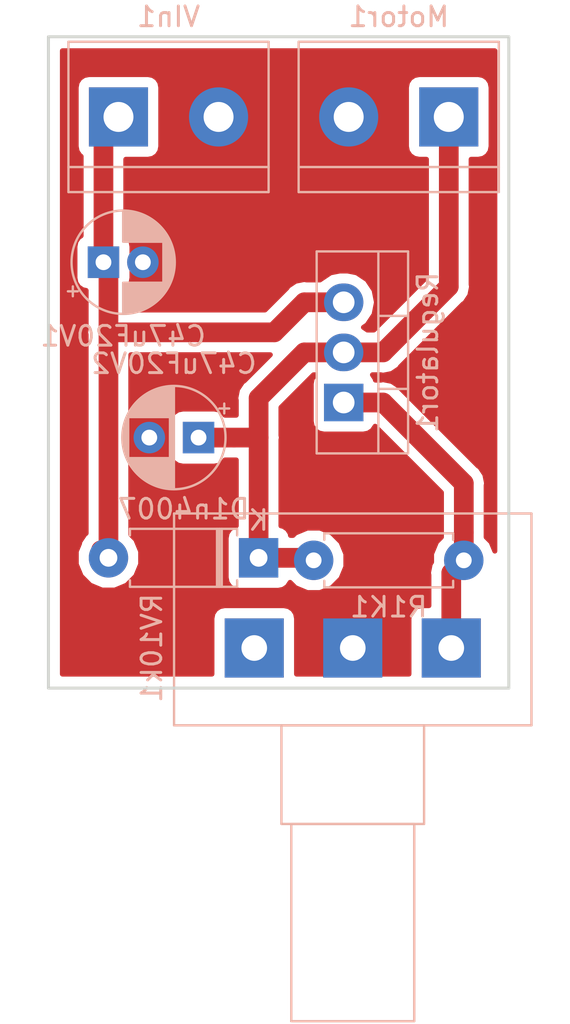
<source format=kicad_pcb>
(kicad_pcb (version 20171130) (host pcbnew 5.0.2-bee76a0~70~ubuntu18.10.1)

  (general
    (thickness 1.6)
    (drawings 4)
    (tracks 28)
    (zones 0)
    (modules 8)
    (nets 6)
  )

  (page A4)
  (layers
    (0 F.Cu signal)
    (31 B.Cu signal)
    (32 B.Adhes user)
    (33 F.Adhes user)
    (34 B.Paste user)
    (35 F.Paste user)
    (36 B.SilkS user)
    (37 F.SilkS user)
    (38 B.Mask user)
    (39 F.Mask user)
    (40 Dwgs.User user)
    (41 Cmts.User user)
    (42 Eco1.User user)
    (43 Eco2.User user)
    (44 Edge.Cuts user)
    (45 Margin user)
    (46 B.CrtYd user)
    (47 F.CrtYd user)
    (48 B.Fab user)
    (49 F.Fab user)
  )

  (setup
    (last_trace_width 1)
    (trace_clearance 0.2)
    (zone_clearance 0.508)
    (zone_45_only no)
    (trace_min 0.2)
    (segment_width 0.2)
    (edge_width 0.15)
    (via_size 0.8)
    (via_drill 0.4)
    (via_min_size 0.4)
    (via_min_drill 0.3)
    (uvia_size 0.3)
    (uvia_drill 0.1)
    (uvias_allowed no)
    (uvia_min_size 0.2)
    (uvia_min_drill 0.1)
    (pcb_text_width 0.3)
    (pcb_text_size 1.5 1.5)
    (mod_edge_width 0.15)
    (mod_text_size 1 1)
    (mod_text_width 0.15)
    (pad_size 3 3)
    (pad_drill 1.3)
    (pad_to_mask_clearance 0.051)
    (solder_mask_min_width 0.25)
    (aux_axis_origin 53.848 131.572)
    (visible_elements FFFDFF7F)
    (pcbplotparams
      (layerselection 0x01000_7fffffff)
      (usegerberextensions false)
      (usegerberattributes false)
      (usegerberadvancedattributes false)
      (creategerberjobfile false)
      (excludeedgelayer true)
      (linewidth 0.100000)
      (plotframeref false)
      (viasonmask false)
      (mode 1)
      (useauxorigin true)
      (hpglpennumber 1)
      (hpglpenspeed 20)
      (hpglpendiameter 15.000000)
      (psnegative false)
      (psa4output false)
      (plotreference true)
      (plotvalue true)
      (plotinvisibletext false)
      (padsonsilk false)
      (subtractmaskfromsilk false)
      (outputformat 1)
      (mirror false)
      (drillshape 0)
      (scaleselection 1)
      (outputdirectory "gerber/"))
  )

  (net 0 "")
  (net 1 GND)
  (net 2 "Net-(R1K1-Pad2)")
  (net 3 "Net-(RV10k1-Pad3)")
  (net 4 /VIn)
  (net 5 /Motor+)

  (net_class Default "This is the default net class."
    (clearance 0.2)
    (trace_width 1)
    (via_dia 0.8)
    (via_drill 0.4)
    (uvia_dia 0.3)
    (uvia_drill 0.1)
    (add_net /Motor+)
    (add_net /VIn)
    (add_net GND)
    (add_net "Net-(R1K1-Pad2)")
    (add_net "Net-(RV10k1-Pad3)")
  )

  (module Potentiometer_THT:Potentiometer_Alps_RK163_Single_Horizontal (layer B.Cu) (tedit 5C5D37C3) (tstamp 5C435883)
    (at 74.295 129.54 270)
    (descr "Potentiometer, horizontal, Alps RK163 Single, http://www.alps.com/prod/info/E/HTML/Potentiometer/RotaryPotentiometers/RK16/RK16_list.html")
    (tags "Potentiometer horizontal Alps RK163 Single")
    (path /5C3B6069)
    (fp_text reference RV10k1 (at 0 15.2 270) (layer B.SilkS)
      (effects (font (size 1 1) (thickness 0.15)) (justify mirror))
    )
    (fp_text value R_POT (at 0 -5.2 270) (layer B.Fab)
      (effects (font (size 1 1) (thickness 0.15)) (justify mirror))
    )
    (fp_line (start -6.7 13.95) (end -6.7 -3.95) (layer B.Fab) (width 0.1))
    (fp_line (start -6.7 -3.95) (end 3.8 -3.95) (layer B.Fab) (width 0.1))
    (fp_line (start 3.8 -3.95) (end 3.8 13.95) (layer B.Fab) (width 0.1))
    (fp_line (start 3.8 13.95) (end -6.7 13.95) (layer B.Fab) (width 0.1))
    (fp_line (start 3.8 8.5) (end 3.8 1.5) (layer B.Fab) (width 0.1))
    (fp_line (start 3.8 1.5) (end 8.8 1.5) (layer B.Fab) (width 0.1))
    (fp_line (start 8.8 1.5) (end 8.8 8.5) (layer B.Fab) (width 0.1))
    (fp_line (start 8.8 8.5) (end 3.8 8.5) (layer B.Fab) (width 0.1))
    (fp_line (start 8.8 8) (end 8.8 2) (layer B.Fab) (width 0.1))
    (fp_line (start 8.8 2) (end 18.8 2) (layer B.Fab) (width 0.1))
    (fp_line (start 18.8 2) (end 18.8 8) (layer B.Fab) (width 0.1))
    (fp_line (start 18.8 8) (end 8.8 8) (layer B.Fab) (width 0.1))
    (fp_line (start -6.82 14.07) (end 3.92 14.07) (layer B.SilkS) (width 0.12))
    (fp_line (start -6.82 -4.07) (end 3.92 -4.07) (layer B.SilkS) (width 0.12))
    (fp_line (start -6.82 14.07) (end -6.82 -4.07) (layer B.SilkS) (width 0.12))
    (fp_line (start 3.92 14.07) (end 3.92 -4.07) (layer B.SilkS) (width 0.12))
    (fp_line (start 3.92 8.62) (end 8.92 8.62) (layer B.SilkS) (width 0.12))
    (fp_line (start 3.92 1.38) (end 8.92 1.38) (layer B.SilkS) (width 0.12))
    (fp_line (start 3.92 8.62) (end 3.92 1.38) (layer B.SilkS) (width 0.12))
    (fp_line (start 8.92 8.62) (end 8.92 1.38) (layer B.SilkS) (width 0.12))
    (fp_line (start 8.92 8.12) (end 18.92 8.12) (layer B.SilkS) (width 0.12))
    (fp_line (start 8.92 1.879) (end 18.92 1.879) (layer B.SilkS) (width 0.12))
    (fp_line (start 8.92 8.12) (end 8.92 1.879) (layer B.SilkS) (width 0.12))
    (fp_line (start 18.92 8.12) (end 18.92 1.879) (layer B.SilkS) (width 0.12))
    (fp_line (start -6.95 14.2) (end -6.95 -4.2) (layer B.CrtYd) (width 0.05))
    (fp_line (start -6.95 -4.2) (end 19.05 -4.2) (layer B.CrtYd) (width 0.05))
    (fp_line (start 19.05 -4.2) (end 19.05 14.2) (layer B.CrtYd) (width 0.05))
    (fp_line (start 19.05 14.2) (end -6.95 14.2) (layer B.CrtYd) (width 0.05))
    (fp_text user %R (at -1.45 5 270) (layer B.Fab)
      (effects (font (size 1 1) (thickness 0.15)) (justify mirror))
    )
    (pad 3 thru_hole rect (at 0 10 270) (size 3 3) (drill 1.3) (layers *.Cu *.Mask)
      (net 3 "Net-(RV10k1-Pad3)"))
    (pad 2 thru_hole rect (at 0 5 270) (size 3 3) (drill 1.3) (layers *.Cu *.Mask)
      (net 1 GND))
    (pad 1 thru_hole rect (at 0 0 270) (size 3 3) (drill 1.3) (layers *.Cu *.Mask)
      (net 2 "Net-(R1K1-Pad2)"))
    (model ${KISYS3DMOD}/Potentiometer_THT.3dshapes/Potentiometer_Alps_RK163_Single_Horizontal.wrl
      (at (xyz 0 0 0))
      (scale (xyz 1 1 1))
      (rotate (xyz 0 0 0))
    )
  )

  (module Package_TO_SOT_THT:TO-220-3_Vertical (layer B.Cu) (tedit 5AC8BA0D) (tstamp 5C6701C3)
    (at 68.834 117.094 90)
    (descr "TO-220-3, Vertical, RM 2.54mm, see https://www.vishay.com/docs/66542/to-220-1.pdf")
    (tags "TO-220-3 Vertical RM 2.54mm")
    (path /5C3B5F2E)
    (fp_text reference Regulator1 (at 2.54 4.27 90) (layer B.SilkS)
      (effects (font (size 1 1) (thickness 0.15)) (justify mirror))
    )
    (fp_text value LM317_3PinPackage (at 2.54 -2.5 90) (layer B.Fab)
      (effects (font (size 1 1) (thickness 0.15)) (justify mirror))
    )
    (fp_line (start -2.46 3.15) (end -2.46 -1.25) (layer B.Fab) (width 0.1))
    (fp_line (start -2.46 -1.25) (end 7.54 -1.25) (layer B.Fab) (width 0.1))
    (fp_line (start 7.54 -1.25) (end 7.54 3.15) (layer B.Fab) (width 0.1))
    (fp_line (start 7.54 3.15) (end -2.46 3.15) (layer B.Fab) (width 0.1))
    (fp_line (start -2.46 1.88) (end 7.54 1.88) (layer B.Fab) (width 0.1))
    (fp_line (start 0.69 3.15) (end 0.69 1.88) (layer B.Fab) (width 0.1))
    (fp_line (start 4.39 3.15) (end 4.39 1.88) (layer B.Fab) (width 0.1))
    (fp_line (start -2.58 3.27) (end 7.66 3.27) (layer B.SilkS) (width 0.12))
    (fp_line (start -2.58 -1.371) (end 7.66 -1.371) (layer B.SilkS) (width 0.12))
    (fp_line (start -2.58 3.27) (end -2.58 -1.371) (layer B.SilkS) (width 0.12))
    (fp_line (start 7.66 3.27) (end 7.66 -1.371) (layer B.SilkS) (width 0.12))
    (fp_line (start -2.58 1.76) (end 7.66 1.76) (layer B.SilkS) (width 0.12))
    (fp_line (start 0.69 3.27) (end 0.69 1.76) (layer B.SilkS) (width 0.12))
    (fp_line (start 4.391 3.27) (end 4.391 1.76) (layer B.SilkS) (width 0.12))
    (fp_line (start -2.71 3.4) (end -2.71 -1.51) (layer B.CrtYd) (width 0.05))
    (fp_line (start -2.71 -1.51) (end 7.79 -1.51) (layer B.CrtYd) (width 0.05))
    (fp_line (start 7.79 -1.51) (end 7.79 3.4) (layer B.CrtYd) (width 0.05))
    (fp_line (start 7.79 3.4) (end -2.71 3.4) (layer B.CrtYd) (width 0.05))
    (fp_text user %R (at 2.54 4.27 90) (layer B.Fab)
      (effects (font (size 1 1) (thickness 0.15)) (justify mirror))
    )
    (pad 1 thru_hole rect (at 0 0 90) (size 1.905 2) (drill 1.1) (layers *.Cu *.Mask)
      (net 2 "Net-(R1K1-Pad2)"))
    (pad 2 thru_hole oval (at 2.54 0 90) (size 1.905 2) (drill 1.1) (layers *.Cu *.Mask)
      (net 5 /Motor+))
    (pad 3 thru_hole oval (at 5.08 0 90) (size 1.905 2) (drill 1.1) (layers *.Cu *.Mask)
      (net 4 /VIn))
    (model ${KISYS3DMOD}/Package_TO_SOT_THT.3dshapes/TO-220-3_Vertical.wrl
      (at (xyz 0 0 0))
      (scale (xyz 1 1 1))
      (rotate (xyz 0 0 0))
    )
  )

  (module Diode_THT:D_A-405_P7.62mm_Horizontal (layer B.Cu) (tedit 5C433E53) (tstamp 5C66FFB2)
    (at 64.516 124.968 180)
    (descr "Diode, A-405 series, Axial, Horizontal, pin pitch=7.62mm, , length*diameter=5.2*2.7mm^2, , http://www.diodes.com/_files/packages/A-405.pdf")
    (tags "Diode A-405 series Axial Horizontal pin pitch 7.62mm  length 5.2mm diameter 2.7mm")
    (path /5C3B90F1)
    (fp_text reference D1n4007 (at 3.81 2.47 180) (layer B.SilkS)
      (effects (font (size 1 1) (thickness 0.15)) (justify mirror))
    )
    (fp_text value DIODE (at 3.81 -2.47 180) (layer B.Fab)
      (effects (font (size 1 1) (thickness 0.15)) (justify mirror))
    )
    (fp_line (start 1.21 1.35) (end 1.21 -1.35) (layer B.Fab) (width 0.1))
    (fp_line (start 1.21 -1.35) (end 6.41 -1.35) (layer B.Fab) (width 0.1))
    (fp_line (start 6.41 -1.35) (end 6.41 1.35) (layer B.Fab) (width 0.1))
    (fp_line (start 6.41 1.35) (end 1.21 1.35) (layer B.Fab) (width 0.1))
    (fp_line (start 0 0) (end 1.21 0) (layer B.Fab) (width 0.1))
    (fp_line (start 7.62 0) (end 6.41 0) (layer B.Fab) (width 0.1))
    (fp_line (start 1.99 1.35) (end 1.99 -1.35) (layer B.Fab) (width 0.1))
    (fp_line (start 2.09 1.35) (end 2.09 -1.35) (layer B.Fab) (width 0.1))
    (fp_line (start 1.89 1.35) (end 1.89 -1.35) (layer B.Fab) (width 0.1))
    (fp_line (start 1.09 1.14) (end 1.09 1.47) (layer B.SilkS) (width 0.12))
    (fp_line (start 1.09 1.47) (end 6.53 1.47) (layer B.SilkS) (width 0.12))
    (fp_line (start 6.53 1.47) (end 6.53 1.14) (layer B.SilkS) (width 0.12))
    (fp_line (start 1.09 -1.14) (end 1.09 -1.47) (layer B.SilkS) (width 0.12))
    (fp_line (start 1.09 -1.47) (end 6.53 -1.47) (layer B.SilkS) (width 0.12))
    (fp_line (start 6.53 -1.47) (end 6.53 -1.14) (layer B.SilkS) (width 0.12))
    (fp_line (start 1.99 1.47) (end 1.99 -1.47) (layer B.SilkS) (width 0.12))
    (fp_line (start 2.11 1.47) (end 2.11 -1.47) (layer B.SilkS) (width 0.12))
    (fp_line (start 1.87 1.47) (end 1.87 -1.47) (layer B.SilkS) (width 0.12))
    (fp_line (start -1.15 1.6) (end -1.15 -1.6) (layer B.CrtYd) (width 0.05))
    (fp_line (start -1.15 -1.6) (end 8.77 -1.6) (layer B.CrtYd) (width 0.05))
    (fp_line (start 8.77 -1.6) (end 8.77 1.6) (layer B.CrtYd) (width 0.05))
    (fp_line (start 8.77 1.6) (end -1.15 1.6) (layer B.CrtYd) (width 0.05))
    (fp_text user %R (at 4.064 0 180) (layer B.Fab)
      (effects (font (size 1 1) (thickness 0.15)) (justify mirror))
    )
    (fp_text user K (at 0 1.9 180) (layer B.Fab)
      (effects (font (size 1 1) (thickness 0.15)) (justify mirror))
    )
    (fp_text user K (at 0 1.9 180) (layer B.SilkS)
      (effects (font (size 1 1) (thickness 0.15)) (justify mirror))
    )
    (pad 1 thru_hole rect (at 0 0 180) (size 2 2) (drill 0.9) (layers *.Cu *.Mask)
      (net 5 /Motor+))
    (pad 2 thru_hole circle (at 7.62 0 180) (size 2 2) (drill 0.9) (layers *.Cu *.Mask)
      (net 4 /VIn))
    (model ${KISYS3DMOD}/Diode_THT.3dshapes/D_A-405_P7.62mm_Horizontal.wrl
      (at (xyz 0 0 0))
      (scale (xyz 1 1 1))
      (rotate (xyz 0 0 0))
    )
  )

  (module Capacitor_THT:CP_Radial_D5.0mm_P2.00mm (layer B.Cu) (tedit 5AE50EF0) (tstamp 5C66FC64)
    (at 56.642 109.982)
    (descr "CP, Radial series, Radial, pin pitch=2.00mm, , diameter=5mm, Electrolytic Capacitor")
    (tags "CP Radial series Radial pin pitch 2.00mm  diameter 5mm Electrolytic Capacitor")
    (path /5C3B64ED)
    (fp_text reference C47uF20V1 (at 1 3.75) (layer B.SilkS)
      (effects (font (size 1 1) (thickness 0.15)) (justify mirror))
    )
    (fp_text value CP_Small (at 1 -3.75) (layer B.Fab)
      (effects (font (size 1 1) (thickness 0.15)) (justify mirror))
    )
    (fp_circle (center 1 0) (end 3.5 0) (layer B.Fab) (width 0.1))
    (fp_circle (center 1 0) (end 3.62 0) (layer B.SilkS) (width 0.12))
    (fp_circle (center 1 0) (end 3.75 0) (layer B.CrtYd) (width 0.05))
    (fp_line (start -1.133605 1.0875) (end -0.633605 1.0875) (layer B.Fab) (width 0.1))
    (fp_line (start -0.883605 1.3375) (end -0.883605 0.8375) (layer B.Fab) (width 0.1))
    (fp_line (start 1 -1.04) (end 1 -2.58) (layer B.SilkS) (width 0.12))
    (fp_line (start 1 2.58) (end 1 1.04) (layer B.SilkS) (width 0.12))
    (fp_line (start 1.04 -1.04) (end 1.04 -2.58) (layer B.SilkS) (width 0.12))
    (fp_line (start 1.04 2.58) (end 1.04 1.04) (layer B.SilkS) (width 0.12))
    (fp_line (start 1.08 2.579) (end 1.08 1.04) (layer B.SilkS) (width 0.12))
    (fp_line (start 1.08 -1.04) (end 1.08 -2.579) (layer B.SilkS) (width 0.12))
    (fp_line (start 1.12 2.578) (end 1.12 1.04) (layer B.SilkS) (width 0.12))
    (fp_line (start 1.12 -1.04) (end 1.12 -2.578) (layer B.SilkS) (width 0.12))
    (fp_line (start 1.16 2.576) (end 1.16 1.04) (layer B.SilkS) (width 0.12))
    (fp_line (start 1.16 -1.04) (end 1.16 -2.576) (layer B.SilkS) (width 0.12))
    (fp_line (start 1.2 2.573) (end 1.2 1.04) (layer B.SilkS) (width 0.12))
    (fp_line (start 1.2 -1.04) (end 1.2 -2.573) (layer B.SilkS) (width 0.12))
    (fp_line (start 1.24 2.569) (end 1.24 1.04) (layer B.SilkS) (width 0.12))
    (fp_line (start 1.24 -1.04) (end 1.24 -2.569) (layer B.SilkS) (width 0.12))
    (fp_line (start 1.28 2.565) (end 1.28 1.04) (layer B.SilkS) (width 0.12))
    (fp_line (start 1.28 -1.04) (end 1.28 -2.565) (layer B.SilkS) (width 0.12))
    (fp_line (start 1.32 2.561) (end 1.32 1.04) (layer B.SilkS) (width 0.12))
    (fp_line (start 1.32 -1.04) (end 1.32 -2.561) (layer B.SilkS) (width 0.12))
    (fp_line (start 1.36 2.556) (end 1.36 1.04) (layer B.SilkS) (width 0.12))
    (fp_line (start 1.36 -1.04) (end 1.36 -2.556) (layer B.SilkS) (width 0.12))
    (fp_line (start 1.4 2.55) (end 1.4 1.04) (layer B.SilkS) (width 0.12))
    (fp_line (start 1.4 -1.04) (end 1.4 -2.55) (layer B.SilkS) (width 0.12))
    (fp_line (start 1.44 2.543) (end 1.44 1.04) (layer B.SilkS) (width 0.12))
    (fp_line (start 1.44 -1.04) (end 1.44 -2.543) (layer B.SilkS) (width 0.12))
    (fp_line (start 1.48 2.536) (end 1.48 1.04) (layer B.SilkS) (width 0.12))
    (fp_line (start 1.48 -1.04) (end 1.48 -2.536) (layer B.SilkS) (width 0.12))
    (fp_line (start 1.52 2.528) (end 1.52 1.04) (layer B.SilkS) (width 0.12))
    (fp_line (start 1.52 -1.04) (end 1.52 -2.528) (layer B.SilkS) (width 0.12))
    (fp_line (start 1.56 2.52) (end 1.56 1.04) (layer B.SilkS) (width 0.12))
    (fp_line (start 1.56 -1.04) (end 1.56 -2.52) (layer B.SilkS) (width 0.12))
    (fp_line (start 1.6 2.511) (end 1.6 1.04) (layer B.SilkS) (width 0.12))
    (fp_line (start 1.6 -1.04) (end 1.6 -2.511) (layer B.SilkS) (width 0.12))
    (fp_line (start 1.64 2.501) (end 1.64 1.04) (layer B.SilkS) (width 0.12))
    (fp_line (start 1.64 -1.04) (end 1.64 -2.501) (layer B.SilkS) (width 0.12))
    (fp_line (start 1.68 2.491) (end 1.68 1.04) (layer B.SilkS) (width 0.12))
    (fp_line (start 1.68 -1.04) (end 1.68 -2.491) (layer B.SilkS) (width 0.12))
    (fp_line (start 1.721 2.48) (end 1.721 1.04) (layer B.SilkS) (width 0.12))
    (fp_line (start 1.721 -1.04) (end 1.721 -2.48) (layer B.SilkS) (width 0.12))
    (fp_line (start 1.761 2.468) (end 1.761 1.04) (layer B.SilkS) (width 0.12))
    (fp_line (start 1.761 -1.04) (end 1.761 -2.468) (layer B.SilkS) (width 0.12))
    (fp_line (start 1.801 2.455) (end 1.801 1.04) (layer B.SilkS) (width 0.12))
    (fp_line (start 1.801 -1.04) (end 1.801 -2.455) (layer B.SilkS) (width 0.12))
    (fp_line (start 1.841 2.442) (end 1.841 1.04) (layer B.SilkS) (width 0.12))
    (fp_line (start 1.841 -1.04) (end 1.841 -2.442) (layer B.SilkS) (width 0.12))
    (fp_line (start 1.881 2.428) (end 1.881 1.04) (layer B.SilkS) (width 0.12))
    (fp_line (start 1.881 -1.04) (end 1.881 -2.428) (layer B.SilkS) (width 0.12))
    (fp_line (start 1.921 2.414) (end 1.921 1.04) (layer B.SilkS) (width 0.12))
    (fp_line (start 1.921 -1.04) (end 1.921 -2.414) (layer B.SilkS) (width 0.12))
    (fp_line (start 1.961 2.398) (end 1.961 1.04) (layer B.SilkS) (width 0.12))
    (fp_line (start 1.961 -1.04) (end 1.961 -2.398) (layer B.SilkS) (width 0.12))
    (fp_line (start 2.001 2.382) (end 2.001 1.04) (layer B.SilkS) (width 0.12))
    (fp_line (start 2.001 -1.04) (end 2.001 -2.382) (layer B.SilkS) (width 0.12))
    (fp_line (start 2.041 2.365) (end 2.041 1.04) (layer B.SilkS) (width 0.12))
    (fp_line (start 2.041 -1.04) (end 2.041 -2.365) (layer B.SilkS) (width 0.12))
    (fp_line (start 2.081 2.348) (end 2.081 1.04) (layer B.SilkS) (width 0.12))
    (fp_line (start 2.081 -1.04) (end 2.081 -2.348) (layer B.SilkS) (width 0.12))
    (fp_line (start 2.121 2.329) (end 2.121 1.04) (layer B.SilkS) (width 0.12))
    (fp_line (start 2.121 -1.04) (end 2.121 -2.329) (layer B.SilkS) (width 0.12))
    (fp_line (start 2.161 2.31) (end 2.161 1.04) (layer B.SilkS) (width 0.12))
    (fp_line (start 2.161 -1.04) (end 2.161 -2.31) (layer B.SilkS) (width 0.12))
    (fp_line (start 2.201 2.29) (end 2.201 1.04) (layer B.SilkS) (width 0.12))
    (fp_line (start 2.201 -1.04) (end 2.201 -2.29) (layer B.SilkS) (width 0.12))
    (fp_line (start 2.241 2.268) (end 2.241 1.04) (layer B.SilkS) (width 0.12))
    (fp_line (start 2.241 -1.04) (end 2.241 -2.268) (layer B.SilkS) (width 0.12))
    (fp_line (start 2.281 2.247) (end 2.281 1.04) (layer B.SilkS) (width 0.12))
    (fp_line (start 2.281 -1.04) (end 2.281 -2.247) (layer B.SilkS) (width 0.12))
    (fp_line (start 2.321 2.224) (end 2.321 1.04) (layer B.SilkS) (width 0.12))
    (fp_line (start 2.321 -1.04) (end 2.321 -2.224) (layer B.SilkS) (width 0.12))
    (fp_line (start 2.361 2.2) (end 2.361 1.04) (layer B.SilkS) (width 0.12))
    (fp_line (start 2.361 -1.04) (end 2.361 -2.2) (layer B.SilkS) (width 0.12))
    (fp_line (start 2.401 2.175) (end 2.401 1.04) (layer B.SilkS) (width 0.12))
    (fp_line (start 2.401 -1.04) (end 2.401 -2.175) (layer B.SilkS) (width 0.12))
    (fp_line (start 2.441 2.149) (end 2.441 1.04) (layer B.SilkS) (width 0.12))
    (fp_line (start 2.441 -1.04) (end 2.441 -2.149) (layer B.SilkS) (width 0.12))
    (fp_line (start 2.481 2.122) (end 2.481 1.04) (layer B.SilkS) (width 0.12))
    (fp_line (start 2.481 -1.04) (end 2.481 -2.122) (layer B.SilkS) (width 0.12))
    (fp_line (start 2.521 2.095) (end 2.521 1.04) (layer B.SilkS) (width 0.12))
    (fp_line (start 2.521 -1.04) (end 2.521 -2.095) (layer B.SilkS) (width 0.12))
    (fp_line (start 2.561 2.065) (end 2.561 1.04) (layer B.SilkS) (width 0.12))
    (fp_line (start 2.561 -1.04) (end 2.561 -2.065) (layer B.SilkS) (width 0.12))
    (fp_line (start 2.601 2.035) (end 2.601 1.04) (layer B.SilkS) (width 0.12))
    (fp_line (start 2.601 -1.04) (end 2.601 -2.035) (layer B.SilkS) (width 0.12))
    (fp_line (start 2.641 2.004) (end 2.641 1.04) (layer B.SilkS) (width 0.12))
    (fp_line (start 2.641 -1.04) (end 2.641 -2.004) (layer B.SilkS) (width 0.12))
    (fp_line (start 2.681 1.971) (end 2.681 1.04) (layer B.SilkS) (width 0.12))
    (fp_line (start 2.681 -1.04) (end 2.681 -1.971) (layer B.SilkS) (width 0.12))
    (fp_line (start 2.721 1.937) (end 2.721 1.04) (layer B.SilkS) (width 0.12))
    (fp_line (start 2.721 -1.04) (end 2.721 -1.937) (layer B.SilkS) (width 0.12))
    (fp_line (start 2.761 1.901) (end 2.761 1.04) (layer B.SilkS) (width 0.12))
    (fp_line (start 2.761 -1.04) (end 2.761 -1.901) (layer B.SilkS) (width 0.12))
    (fp_line (start 2.801 1.864) (end 2.801 1.04) (layer B.SilkS) (width 0.12))
    (fp_line (start 2.801 -1.04) (end 2.801 -1.864) (layer B.SilkS) (width 0.12))
    (fp_line (start 2.841 1.826) (end 2.841 1.04) (layer B.SilkS) (width 0.12))
    (fp_line (start 2.841 -1.04) (end 2.841 -1.826) (layer B.SilkS) (width 0.12))
    (fp_line (start 2.881 1.785) (end 2.881 1.04) (layer B.SilkS) (width 0.12))
    (fp_line (start 2.881 -1.04) (end 2.881 -1.785) (layer B.SilkS) (width 0.12))
    (fp_line (start 2.921 1.743) (end 2.921 1.04) (layer B.SilkS) (width 0.12))
    (fp_line (start 2.921 -1.04) (end 2.921 -1.743) (layer B.SilkS) (width 0.12))
    (fp_line (start 2.961 1.699) (end 2.961 1.04) (layer B.SilkS) (width 0.12))
    (fp_line (start 2.961 -1.04) (end 2.961 -1.699) (layer B.SilkS) (width 0.12))
    (fp_line (start 3.001 1.653) (end 3.001 1.04) (layer B.SilkS) (width 0.12))
    (fp_line (start 3.001 -1.04) (end 3.001 -1.653) (layer B.SilkS) (width 0.12))
    (fp_line (start 3.041 1.605) (end 3.041 -1.605) (layer B.SilkS) (width 0.12))
    (fp_line (start 3.081 1.554) (end 3.081 -1.554) (layer B.SilkS) (width 0.12))
    (fp_line (start 3.121 1.5) (end 3.121 -1.5) (layer B.SilkS) (width 0.12))
    (fp_line (start 3.161 1.443) (end 3.161 -1.443) (layer B.SilkS) (width 0.12))
    (fp_line (start 3.201 1.383) (end 3.201 -1.383) (layer B.SilkS) (width 0.12))
    (fp_line (start 3.241 1.319) (end 3.241 -1.319) (layer B.SilkS) (width 0.12))
    (fp_line (start 3.281 1.251) (end 3.281 -1.251) (layer B.SilkS) (width 0.12))
    (fp_line (start 3.321 1.178) (end 3.321 -1.178) (layer B.SilkS) (width 0.12))
    (fp_line (start 3.361 1.098) (end 3.361 -1.098) (layer B.SilkS) (width 0.12))
    (fp_line (start 3.401 1.011) (end 3.401 -1.011) (layer B.SilkS) (width 0.12))
    (fp_line (start 3.441 0.915) (end 3.441 -0.915) (layer B.SilkS) (width 0.12))
    (fp_line (start 3.481 0.805) (end 3.481 -0.805) (layer B.SilkS) (width 0.12))
    (fp_line (start 3.521 0.677) (end 3.521 -0.677) (layer B.SilkS) (width 0.12))
    (fp_line (start 3.561 0.518) (end 3.561 -0.518) (layer B.SilkS) (width 0.12))
    (fp_line (start 3.601 0.284) (end 3.601 -0.284) (layer B.SilkS) (width 0.12))
    (fp_line (start -1.804775 1.475) (end -1.304775 1.475) (layer B.SilkS) (width 0.12))
    (fp_line (start -1.554775 1.725) (end -1.554775 1.225) (layer B.SilkS) (width 0.12))
    (fp_text user %R (at 1 0) (layer B.Fab)
      (effects (font (size 1 1) (thickness 0.15)) (justify mirror))
    )
    (pad 1 thru_hole rect (at 0 0) (size 1.6 1.6) (drill 0.8) (layers *.Cu *.Mask)
      (net 4 /VIn))
    (pad 2 thru_hole circle (at 2 0) (size 1.6 1.6) (drill 0.8) (layers *.Cu *.Mask)
      (net 1 GND))
    (model ${KISYS3DMOD}/Capacitor_THT.3dshapes/CP_Radial_D5.0mm_P2.00mm.wrl
      (at (xyz 0 0 0))
      (scale (xyz 1 1 1))
      (rotate (xyz 0 0 0))
    )
  )

  (module TerminalBlock:TerminalBlock_bornier-2_P5.08mm (layer B.Cu) (tedit 59FF03AB) (tstamp 5C4FCAE3)
    (at 74.168 102.616 180)
    (descr "simple 2-pin terminal block, pitch 5.08mm, revamped version of bornier2")
    (tags "terminal block bornier2")
    (path /5C3B5E36)
    (fp_text reference Motor1 (at 2.54 5.08 180) (layer B.SilkS)
      (effects (font (size 1 1) (thickness 0.15)) (justify mirror))
    )
    (fp_text value Screw_Terminal_01x02 (at 2.54 -5.08 180) (layer B.Fab)
      (effects (font (size 1 1) (thickness 0.15)) (justify mirror))
    )
    (fp_line (start 7.79 -4) (end -2.71 -4) (layer B.CrtYd) (width 0.05))
    (fp_line (start 7.79 -4) (end 7.79 4) (layer B.CrtYd) (width 0.05))
    (fp_line (start -2.71 4) (end -2.71 -4) (layer B.CrtYd) (width 0.05))
    (fp_line (start -2.71 4) (end 7.79 4) (layer B.CrtYd) (width 0.05))
    (fp_line (start -2.54 -3.81) (end 7.62 -3.81) (layer B.SilkS) (width 0.12))
    (fp_line (start -2.54 3.81) (end -2.54 -3.81) (layer B.SilkS) (width 0.12))
    (fp_line (start 7.62 3.81) (end -2.54 3.81) (layer B.SilkS) (width 0.12))
    (fp_line (start 7.62 -3.81) (end 7.62 3.81) (layer B.SilkS) (width 0.12))
    (fp_line (start 7.62 -2.54) (end -2.54 -2.54) (layer B.SilkS) (width 0.12))
    (fp_line (start 7.54 3.75) (end -2.46 3.75) (layer B.Fab) (width 0.1))
    (fp_line (start 7.54 -3.75) (end 7.54 3.75) (layer B.Fab) (width 0.1))
    (fp_line (start -2.46 -3.75) (end 7.54 -3.75) (layer B.Fab) (width 0.1))
    (fp_line (start -2.46 3.75) (end -2.46 -3.75) (layer B.Fab) (width 0.1))
    (fp_line (start -2.41 -2.55) (end 7.49 -2.55) (layer B.Fab) (width 0.1))
    (fp_text user %R (at 2.54 0 180) (layer B.Fab)
      (effects (font (size 1 1) (thickness 0.15)) (justify mirror))
    )
    (pad 2 thru_hole circle (at 5.08 0 180) (size 3 3) (drill 1.52) (layers *.Cu *.Mask)
      (net 1 GND))
    (pad 1 thru_hole rect (at 0 0 180) (size 3 3) (drill 1.52) (layers *.Cu *.Mask)
      (net 5 /Motor+))
    (model ${KISYS3DMOD}/TerminalBlock.3dshapes/TerminalBlock_bornier-2_P5.08mm.wrl
      (offset (xyz 2.539999961853027 0 0))
      (scale (xyz 1 1 1))
      (rotate (xyz 0 0 0))
    )
  )

  (module Resistor_THT:R_Axial_DIN0207_L6.3mm_D2.5mm_P7.62mm_Horizontal (layer B.Cu) (tedit 5C435873) (tstamp 5C4FE107)
    (at 67.31 125.095)
    (descr "Resistor, Axial_DIN0207 series, Axial, Horizontal, pin pitch=7.62mm, 0.25W = 1/4W, length*diameter=6.3*2.5mm^2, http://cdn-reichelt.de/documents/datenblatt/B400/1_4W%23YAG.pdf")
    (tags "Resistor Axial_DIN0207 series Axial Horizontal pin pitch 7.62mm 0.25W = 1/4W length 6.3mm diameter 2.5mm")
    (path /5C3B614E)
    (fp_text reference R1K1 (at 3.81 2.37) (layer B.SilkS)
      (effects (font (size 1 1) (thickness 0.15)) (justify mirror))
    )
    (fp_text value R (at 3.81 -2.37) (layer B.Fab)
      (effects (font (size 1 1) (thickness 0.15)) (justify mirror))
    )
    (fp_line (start 0.66 1.25) (end 0.66 -1.25) (layer B.Fab) (width 0.1))
    (fp_line (start 0.66 -1.25) (end 6.96 -1.25) (layer B.Fab) (width 0.1))
    (fp_line (start 6.96 -1.25) (end 6.96 1.25) (layer B.Fab) (width 0.1))
    (fp_line (start 6.96 1.25) (end 0.66 1.25) (layer B.Fab) (width 0.1))
    (fp_line (start 0 0) (end 0.66 0) (layer B.Fab) (width 0.1))
    (fp_line (start 7.62 0) (end 6.96 0) (layer B.Fab) (width 0.1))
    (fp_line (start 0.54 1.04) (end 0.54 1.37) (layer B.SilkS) (width 0.12))
    (fp_line (start 0.54 1.37) (end 7.08 1.37) (layer B.SilkS) (width 0.12))
    (fp_line (start 7.08 1.37) (end 7.08 1.04) (layer B.SilkS) (width 0.12))
    (fp_line (start 0.54 -1.04) (end 0.54 -1.37) (layer B.SilkS) (width 0.12))
    (fp_line (start 0.54 -1.37) (end 7.08 -1.37) (layer B.SilkS) (width 0.12))
    (fp_line (start 7.08 -1.37) (end 7.08 -1.04) (layer B.SilkS) (width 0.12))
    (fp_line (start -1.05 1.5) (end -1.05 -1.5) (layer B.CrtYd) (width 0.05))
    (fp_line (start -1.05 -1.5) (end 8.67 -1.5) (layer B.CrtYd) (width 0.05))
    (fp_line (start 8.67 -1.5) (end 8.67 1.5) (layer B.CrtYd) (width 0.05))
    (fp_line (start 8.67 1.5) (end -1.05 1.5) (layer B.CrtYd) (width 0.05))
    (fp_text user %R (at 3.81 0) (layer B.Fab)
      (effects (font (size 1 1) (thickness 0.15)) (justify mirror))
    )
    (pad 1 thru_hole circle (at 0 0) (size 2 2) (drill 0.8) (layers *.Cu *.Mask)
      (net 5 /Motor+))
    (pad 2 thru_hole circle (at 7.62 0) (size 2 2) (drill 0.8) (layers *.Cu *.Mask)
      (net 2 "Net-(R1K1-Pad2)"))
    (model ${KISYS3DMOD}/Resistor_THT.3dshapes/R_Axial_DIN0207_L6.3mm_D2.5mm_P7.62mm_Horizontal.wrl
      (at (xyz 0 0 0))
      (scale (xyz 1 1 1))
      (rotate (xyz 0 0 0))
    )
  )

  (module TerminalBlock:TerminalBlock_bornier-2_P5.08mm (layer B.Cu) (tedit 5C434616) (tstamp 5C4FCB0D)
    (at 62.484 102.616 180)
    (descr "simple 2-pin terminal block, pitch 5.08mm, revamped version of bornier2")
    (tags "terminal block bornier2")
    (path /5C3B5D9D)
    (fp_text reference VIn1 (at 2.54 5.08 180) (layer B.SilkS)
      (effects (font (size 1 1) (thickness 0.15)) (justify mirror))
    )
    (fp_text value Screw_Terminal_01x02 (at 2.54 -5.08 180) (layer B.Fab)
      (effects (font (size 1 1) (thickness 0.15)) (justify mirror))
    )
    (fp_text user %R (at 2.54 0 180) (layer B.Fab)
      (effects (font (size 1 1) (thickness 0.15)) (justify mirror))
    )
    (fp_line (start -2.41 -2.55) (end 7.49 -2.55) (layer B.Fab) (width 0.1))
    (fp_line (start -2.46 3.75) (end -2.46 -3.75) (layer B.Fab) (width 0.1))
    (fp_line (start -2.46 -3.75) (end 7.54 -3.75) (layer B.Fab) (width 0.1))
    (fp_line (start 7.54 -3.75) (end 7.54 3.75) (layer B.Fab) (width 0.1))
    (fp_line (start 7.54 3.75) (end -2.46 3.75) (layer B.Fab) (width 0.1))
    (fp_line (start 7.62 -2.54) (end -2.54 -2.54) (layer B.SilkS) (width 0.12))
    (fp_line (start 7.62 -3.81) (end 7.62 3.81) (layer B.SilkS) (width 0.12))
    (fp_line (start 7.62 3.81) (end -2.54 3.81) (layer B.SilkS) (width 0.12))
    (fp_line (start -2.54 3.81) (end -2.54 -3.81) (layer B.SilkS) (width 0.12))
    (fp_line (start -2.54 -3.81) (end 7.62 -3.81) (layer B.SilkS) (width 0.12))
    (fp_line (start -2.71 4) (end 7.79 4) (layer B.CrtYd) (width 0.05))
    (fp_line (start -2.71 4) (end -2.71 -4) (layer B.CrtYd) (width 0.05))
    (fp_line (start 7.79 -4) (end 7.79 4) (layer B.CrtYd) (width 0.05))
    (fp_line (start 7.79 -4) (end -2.71 -4) (layer B.CrtYd) (width 0.05))
    (pad 1 thru_hole circle (at 0 0 180) (size 3 3) (drill 1.52) (layers *.Cu *.Mask)
      (net 1 GND))
    (pad 2 thru_hole rect (at 5.08 0 180) (size 3 3) (drill 1.52) (layers *.Cu *.Mask)
      (net 4 /VIn))
    (model ${KISYS3DMOD}/TerminalBlock.3dshapes/TerminalBlock_bornier-2_P5.08mm.wrl
      (offset (xyz 2.539999961853027 0 0))
      (scale (xyz 1 1 1))
      (rotate (xyz 0 0 0))
    )
  )

  (module Capacitor_THT:CP_Radial_D5.0mm_P2.50mm (layer B.Cu) (tedit 5AE50EF0) (tstamp 5C735E77)
    (at 61.468 118.872 180)
    (descr "CP, Radial series, Radial, pin pitch=2.50mm, , diameter=5mm, Electrolytic Capacitor")
    (tags "CP Radial series Radial pin pitch 2.50mm  diameter 5mm Electrolytic Capacitor")
    (path /5C5A98A9)
    (fp_text reference C47uF20V2 (at 1.25 3.75 180) (layer B.SilkS)
      (effects (font (size 1 1) (thickness 0.15)) (justify mirror))
    )
    (fp_text value CP_Small (at 1.25 -3.75 180) (layer B.Fab)
      (effects (font (size 1 1) (thickness 0.15)) (justify mirror))
    )
    (fp_circle (center 1.25 0) (end 3.75 0) (layer B.Fab) (width 0.1))
    (fp_circle (center 1.25 0) (end 3.87 0) (layer B.SilkS) (width 0.12))
    (fp_circle (center 1.25 0) (end 4 0) (layer B.CrtYd) (width 0.05))
    (fp_line (start -0.883605 1.0875) (end -0.383605 1.0875) (layer B.Fab) (width 0.1))
    (fp_line (start -0.633605 1.3375) (end -0.633605 0.8375) (layer B.Fab) (width 0.1))
    (fp_line (start 1.25 2.58) (end 1.25 -2.58) (layer B.SilkS) (width 0.12))
    (fp_line (start 1.29 2.58) (end 1.29 -2.58) (layer B.SilkS) (width 0.12))
    (fp_line (start 1.33 2.579) (end 1.33 -2.579) (layer B.SilkS) (width 0.12))
    (fp_line (start 1.37 2.578) (end 1.37 -2.578) (layer B.SilkS) (width 0.12))
    (fp_line (start 1.41 2.576) (end 1.41 -2.576) (layer B.SilkS) (width 0.12))
    (fp_line (start 1.45 2.573) (end 1.45 -2.573) (layer B.SilkS) (width 0.12))
    (fp_line (start 1.49 2.569) (end 1.49 1.04) (layer B.SilkS) (width 0.12))
    (fp_line (start 1.49 -1.04) (end 1.49 -2.569) (layer B.SilkS) (width 0.12))
    (fp_line (start 1.53 2.565) (end 1.53 1.04) (layer B.SilkS) (width 0.12))
    (fp_line (start 1.53 -1.04) (end 1.53 -2.565) (layer B.SilkS) (width 0.12))
    (fp_line (start 1.57 2.561) (end 1.57 1.04) (layer B.SilkS) (width 0.12))
    (fp_line (start 1.57 -1.04) (end 1.57 -2.561) (layer B.SilkS) (width 0.12))
    (fp_line (start 1.61 2.556) (end 1.61 1.04) (layer B.SilkS) (width 0.12))
    (fp_line (start 1.61 -1.04) (end 1.61 -2.556) (layer B.SilkS) (width 0.12))
    (fp_line (start 1.65 2.55) (end 1.65 1.04) (layer B.SilkS) (width 0.12))
    (fp_line (start 1.65 -1.04) (end 1.65 -2.55) (layer B.SilkS) (width 0.12))
    (fp_line (start 1.69 2.543) (end 1.69 1.04) (layer B.SilkS) (width 0.12))
    (fp_line (start 1.69 -1.04) (end 1.69 -2.543) (layer B.SilkS) (width 0.12))
    (fp_line (start 1.73 2.536) (end 1.73 1.04) (layer B.SilkS) (width 0.12))
    (fp_line (start 1.73 -1.04) (end 1.73 -2.536) (layer B.SilkS) (width 0.12))
    (fp_line (start 1.77 2.528) (end 1.77 1.04) (layer B.SilkS) (width 0.12))
    (fp_line (start 1.77 -1.04) (end 1.77 -2.528) (layer B.SilkS) (width 0.12))
    (fp_line (start 1.81 2.52) (end 1.81 1.04) (layer B.SilkS) (width 0.12))
    (fp_line (start 1.81 -1.04) (end 1.81 -2.52) (layer B.SilkS) (width 0.12))
    (fp_line (start 1.85 2.511) (end 1.85 1.04) (layer B.SilkS) (width 0.12))
    (fp_line (start 1.85 -1.04) (end 1.85 -2.511) (layer B.SilkS) (width 0.12))
    (fp_line (start 1.89 2.501) (end 1.89 1.04) (layer B.SilkS) (width 0.12))
    (fp_line (start 1.89 -1.04) (end 1.89 -2.501) (layer B.SilkS) (width 0.12))
    (fp_line (start 1.93 2.491) (end 1.93 1.04) (layer B.SilkS) (width 0.12))
    (fp_line (start 1.93 -1.04) (end 1.93 -2.491) (layer B.SilkS) (width 0.12))
    (fp_line (start 1.971 2.48) (end 1.971 1.04) (layer B.SilkS) (width 0.12))
    (fp_line (start 1.971 -1.04) (end 1.971 -2.48) (layer B.SilkS) (width 0.12))
    (fp_line (start 2.011 2.468) (end 2.011 1.04) (layer B.SilkS) (width 0.12))
    (fp_line (start 2.011 -1.04) (end 2.011 -2.468) (layer B.SilkS) (width 0.12))
    (fp_line (start 2.051 2.455) (end 2.051 1.04) (layer B.SilkS) (width 0.12))
    (fp_line (start 2.051 -1.04) (end 2.051 -2.455) (layer B.SilkS) (width 0.12))
    (fp_line (start 2.091 2.442) (end 2.091 1.04) (layer B.SilkS) (width 0.12))
    (fp_line (start 2.091 -1.04) (end 2.091 -2.442) (layer B.SilkS) (width 0.12))
    (fp_line (start 2.131 2.428) (end 2.131 1.04) (layer B.SilkS) (width 0.12))
    (fp_line (start 2.131 -1.04) (end 2.131 -2.428) (layer B.SilkS) (width 0.12))
    (fp_line (start 2.171 2.414) (end 2.171 1.04) (layer B.SilkS) (width 0.12))
    (fp_line (start 2.171 -1.04) (end 2.171 -2.414) (layer B.SilkS) (width 0.12))
    (fp_line (start 2.211 2.398) (end 2.211 1.04) (layer B.SilkS) (width 0.12))
    (fp_line (start 2.211 -1.04) (end 2.211 -2.398) (layer B.SilkS) (width 0.12))
    (fp_line (start 2.251 2.382) (end 2.251 1.04) (layer B.SilkS) (width 0.12))
    (fp_line (start 2.251 -1.04) (end 2.251 -2.382) (layer B.SilkS) (width 0.12))
    (fp_line (start 2.291 2.365) (end 2.291 1.04) (layer B.SilkS) (width 0.12))
    (fp_line (start 2.291 -1.04) (end 2.291 -2.365) (layer B.SilkS) (width 0.12))
    (fp_line (start 2.331 2.348) (end 2.331 1.04) (layer B.SilkS) (width 0.12))
    (fp_line (start 2.331 -1.04) (end 2.331 -2.348) (layer B.SilkS) (width 0.12))
    (fp_line (start 2.371 2.329) (end 2.371 1.04) (layer B.SilkS) (width 0.12))
    (fp_line (start 2.371 -1.04) (end 2.371 -2.329) (layer B.SilkS) (width 0.12))
    (fp_line (start 2.411 2.31) (end 2.411 1.04) (layer B.SilkS) (width 0.12))
    (fp_line (start 2.411 -1.04) (end 2.411 -2.31) (layer B.SilkS) (width 0.12))
    (fp_line (start 2.451 2.29) (end 2.451 1.04) (layer B.SilkS) (width 0.12))
    (fp_line (start 2.451 -1.04) (end 2.451 -2.29) (layer B.SilkS) (width 0.12))
    (fp_line (start 2.491 2.268) (end 2.491 1.04) (layer B.SilkS) (width 0.12))
    (fp_line (start 2.491 -1.04) (end 2.491 -2.268) (layer B.SilkS) (width 0.12))
    (fp_line (start 2.531 2.247) (end 2.531 1.04) (layer B.SilkS) (width 0.12))
    (fp_line (start 2.531 -1.04) (end 2.531 -2.247) (layer B.SilkS) (width 0.12))
    (fp_line (start 2.571 2.224) (end 2.571 1.04) (layer B.SilkS) (width 0.12))
    (fp_line (start 2.571 -1.04) (end 2.571 -2.224) (layer B.SilkS) (width 0.12))
    (fp_line (start 2.611 2.2) (end 2.611 1.04) (layer B.SilkS) (width 0.12))
    (fp_line (start 2.611 -1.04) (end 2.611 -2.2) (layer B.SilkS) (width 0.12))
    (fp_line (start 2.651 2.175) (end 2.651 1.04) (layer B.SilkS) (width 0.12))
    (fp_line (start 2.651 -1.04) (end 2.651 -2.175) (layer B.SilkS) (width 0.12))
    (fp_line (start 2.691 2.149) (end 2.691 1.04) (layer B.SilkS) (width 0.12))
    (fp_line (start 2.691 -1.04) (end 2.691 -2.149) (layer B.SilkS) (width 0.12))
    (fp_line (start 2.731 2.122) (end 2.731 1.04) (layer B.SilkS) (width 0.12))
    (fp_line (start 2.731 -1.04) (end 2.731 -2.122) (layer B.SilkS) (width 0.12))
    (fp_line (start 2.771 2.095) (end 2.771 1.04) (layer B.SilkS) (width 0.12))
    (fp_line (start 2.771 -1.04) (end 2.771 -2.095) (layer B.SilkS) (width 0.12))
    (fp_line (start 2.811 2.065) (end 2.811 1.04) (layer B.SilkS) (width 0.12))
    (fp_line (start 2.811 -1.04) (end 2.811 -2.065) (layer B.SilkS) (width 0.12))
    (fp_line (start 2.851 2.035) (end 2.851 1.04) (layer B.SilkS) (width 0.12))
    (fp_line (start 2.851 -1.04) (end 2.851 -2.035) (layer B.SilkS) (width 0.12))
    (fp_line (start 2.891 2.004) (end 2.891 1.04) (layer B.SilkS) (width 0.12))
    (fp_line (start 2.891 -1.04) (end 2.891 -2.004) (layer B.SilkS) (width 0.12))
    (fp_line (start 2.931 1.971) (end 2.931 1.04) (layer B.SilkS) (width 0.12))
    (fp_line (start 2.931 -1.04) (end 2.931 -1.971) (layer B.SilkS) (width 0.12))
    (fp_line (start 2.971 1.937) (end 2.971 1.04) (layer B.SilkS) (width 0.12))
    (fp_line (start 2.971 -1.04) (end 2.971 -1.937) (layer B.SilkS) (width 0.12))
    (fp_line (start 3.011 1.901) (end 3.011 1.04) (layer B.SilkS) (width 0.12))
    (fp_line (start 3.011 -1.04) (end 3.011 -1.901) (layer B.SilkS) (width 0.12))
    (fp_line (start 3.051 1.864) (end 3.051 1.04) (layer B.SilkS) (width 0.12))
    (fp_line (start 3.051 -1.04) (end 3.051 -1.864) (layer B.SilkS) (width 0.12))
    (fp_line (start 3.091 1.826) (end 3.091 1.04) (layer B.SilkS) (width 0.12))
    (fp_line (start 3.091 -1.04) (end 3.091 -1.826) (layer B.SilkS) (width 0.12))
    (fp_line (start 3.131 1.785) (end 3.131 1.04) (layer B.SilkS) (width 0.12))
    (fp_line (start 3.131 -1.04) (end 3.131 -1.785) (layer B.SilkS) (width 0.12))
    (fp_line (start 3.171 1.743) (end 3.171 1.04) (layer B.SilkS) (width 0.12))
    (fp_line (start 3.171 -1.04) (end 3.171 -1.743) (layer B.SilkS) (width 0.12))
    (fp_line (start 3.211 1.699) (end 3.211 1.04) (layer B.SilkS) (width 0.12))
    (fp_line (start 3.211 -1.04) (end 3.211 -1.699) (layer B.SilkS) (width 0.12))
    (fp_line (start 3.251 1.653) (end 3.251 1.04) (layer B.SilkS) (width 0.12))
    (fp_line (start 3.251 -1.04) (end 3.251 -1.653) (layer B.SilkS) (width 0.12))
    (fp_line (start 3.291 1.605) (end 3.291 1.04) (layer B.SilkS) (width 0.12))
    (fp_line (start 3.291 -1.04) (end 3.291 -1.605) (layer B.SilkS) (width 0.12))
    (fp_line (start 3.331 1.554) (end 3.331 1.04) (layer B.SilkS) (width 0.12))
    (fp_line (start 3.331 -1.04) (end 3.331 -1.554) (layer B.SilkS) (width 0.12))
    (fp_line (start 3.371 1.5) (end 3.371 1.04) (layer B.SilkS) (width 0.12))
    (fp_line (start 3.371 -1.04) (end 3.371 -1.5) (layer B.SilkS) (width 0.12))
    (fp_line (start 3.411 1.443) (end 3.411 1.04) (layer B.SilkS) (width 0.12))
    (fp_line (start 3.411 -1.04) (end 3.411 -1.443) (layer B.SilkS) (width 0.12))
    (fp_line (start 3.451 1.383) (end 3.451 1.04) (layer B.SilkS) (width 0.12))
    (fp_line (start 3.451 -1.04) (end 3.451 -1.383) (layer B.SilkS) (width 0.12))
    (fp_line (start 3.491 1.319) (end 3.491 1.04) (layer B.SilkS) (width 0.12))
    (fp_line (start 3.491 -1.04) (end 3.491 -1.319) (layer B.SilkS) (width 0.12))
    (fp_line (start 3.531 1.251) (end 3.531 1.04) (layer B.SilkS) (width 0.12))
    (fp_line (start 3.531 -1.04) (end 3.531 -1.251) (layer B.SilkS) (width 0.12))
    (fp_line (start 3.571 1.178) (end 3.571 -1.178) (layer B.SilkS) (width 0.12))
    (fp_line (start 3.611 1.098) (end 3.611 -1.098) (layer B.SilkS) (width 0.12))
    (fp_line (start 3.651 1.011) (end 3.651 -1.011) (layer B.SilkS) (width 0.12))
    (fp_line (start 3.691 0.915) (end 3.691 -0.915) (layer B.SilkS) (width 0.12))
    (fp_line (start 3.731 0.805) (end 3.731 -0.805) (layer B.SilkS) (width 0.12))
    (fp_line (start 3.771 0.677) (end 3.771 -0.677) (layer B.SilkS) (width 0.12))
    (fp_line (start 3.811 0.518) (end 3.811 -0.518) (layer B.SilkS) (width 0.12))
    (fp_line (start 3.851 0.284) (end 3.851 -0.284) (layer B.SilkS) (width 0.12))
    (fp_line (start -1.554775 1.475) (end -1.054775 1.475) (layer B.SilkS) (width 0.12))
    (fp_line (start -1.304775 1.725) (end -1.304775 1.225) (layer B.SilkS) (width 0.12))
    (fp_text user %R (at 1.25 0 180) (layer B.Fab)
      (effects (font (size 1 1) (thickness 0.15)) (justify mirror))
    )
    (pad 1 thru_hole rect (at 0 0 180) (size 1.6 1.6) (drill 0.8) (layers *.Cu *.Mask)
      (net 5 /Motor+))
    (pad 2 thru_hole circle (at 2.5 0 180) (size 1.6 1.6) (drill 0.8) (layers *.Cu *.Mask)
      (net 1 GND))
    (model ${KISYS3DMOD}/Capacitor_THT.3dshapes/CP_Radial_D5.0mm_P2.50mm.wrl
      (at (xyz 0 0 0))
      (scale (xyz 1 1 1))
      (rotate (xyz 0 0 0))
    )
  )

  (gr_line (start 77.216 131.572) (end 77.216 98.552) (layer Edge.Cuts) (width 0.15))
  (gr_line (start 53.848 98.552) (end 53.848 131.572) (layer Edge.Cuts) (width 0.15))
  (gr_line (start 77.216 98.552) (end 53.848 98.552) (layer Edge.Cuts) (width 0.15))
  (gr_line (start 53.848 131.572) (end 77.216 131.572) (layer Edge.Cuts) (width 0.15))

  (segment (start 74.8825 125.095) (end 74.93 125.095) (width 1) (layer F.Cu) (net 2))
  (segment (start 74.93 123.680787) (end 74.93 125.095) (width 1) (layer F.Cu) (net 2))
  (segment (start 70.834 117.094) (end 74.93 121.19) (width 1) (layer F.Cu) (net 2))
  (segment (start 74.93 121.19) (end 74.93 123.680787) (width 1) (layer F.Cu) (net 2))
  (segment (start 68.834 117.094) (end 70.834 117.094) (width 1) (layer F.Cu) (net 2))
  (segment (start 74.295 125.73) (end 74.93 125.095) (width 1) (layer F.Cu) (net 2))
  (segment (start 74.295 129.54) (end 74.295 125.73) (width 1) (layer F.Cu) (net 2))
  (segment (start 56.515 124.587) (end 56.896 124.968) (width 1) (layer F.Cu) (net 4))
  (segment (start 56.642 103.378) (end 56.642 109.982) (width 1) (layer F.Cu) (net 4))
  (segment (start 57.404 102.616) (end 56.642 103.378) (width 1) (layer F.Cu) (net 4))
  (segment (start 56.896 110.236) (end 56.642 109.982) (width 1) (layer F.Cu) (net 4))
  (segment (start 65.31 113.538) (end 56.896 113.538) (width 1) (layer F.Cu) (net 4))
  (segment (start 66.834 112.014) (end 65.31 113.538) (width 1) (layer F.Cu) (net 4))
  (segment (start 68.834 112.014) (end 66.834 112.014) (width 1) (layer F.Cu) (net 4))
  (segment (start 56.896 124.968) (end 56.896 113.538) (width 1) (layer F.Cu) (net 4))
  (segment (start 56.896 113.538) (end 56.896 110.236) (width 1) (layer F.Cu) (net 4))
  (segment (start 70.834 114.554) (end 74.168 111.22) (width 1) (layer F.Cu) (net 5))
  (segment (start 68.834 114.554) (end 70.834 114.554) (width 1) (layer F.Cu) (net 5))
  (segment (start 74.168 111.22) (end 74.168 102.616) (width 1) (layer F.Cu) (net 5))
  (segment (start 61.468 118.872) (end 63.268 118.872) (width 1) (layer F.Cu) (net 5))
  (segment (start 67.183 124.968) (end 67.31 125.095) (width 1) (layer F.Cu) (net 5))
  (segment (start 64.516 124.968) (end 67.183 124.968) (width 1) (layer F.Cu) (net 5))
  (segment (start 64.516 122.968) (end 64.516 118.872) (width 1) (layer F.Cu) (net 5))
  (segment (start 64.516 124.968) (end 64.516 122.968) (width 1) (layer F.Cu) (net 5))
  (segment (start 63.268 118.872) (end 64.516 118.872) (width 1) (layer F.Cu) (net 5))
  (segment (start 64.516 116.872) (end 64.516 118.872) (width 1) (layer F.Cu) (net 5))
  (segment (start 66.834 114.554) (end 64.516 116.872) (width 1) (layer F.Cu) (net 5))
  (segment (start 68.834 114.554) (end 66.834 114.554) (width 1) (layer F.Cu) (net 5))

  (zone (net 1) (net_name GND) (layer F.Cu) (tstamp 5C670E78) (hatch edge 0.508)
    (connect_pads yes (clearance 0.508))
    (min_thickness 0.254)
    (fill yes (arc_segments 16) (thermal_gap 0.508) (thermal_bridge_width 0.508))
    (polygon
      (pts
        (xy 53.848 98.552) (xy 53.848 131.572) (xy 77.216 131.572) (xy 77.216 98.552)
      )
    )
    (filled_polygon
      (pts
        (xy 76.506 124.62734) (xy 76.316086 124.168847) (xy 76.065 123.917761) (xy 76.065 121.301783) (xy 76.087235 121.19)
        (xy 75.999146 120.747145) (xy 75.748289 120.371711) (xy 75.653522 120.30839) (xy 71.715613 116.370482) (xy 71.652289 116.275711)
        (xy 71.276855 116.024854) (xy 70.945783 115.959) (xy 70.834 115.936765) (xy 70.722217 115.959) (xy 70.445139 115.959)
        (xy 70.432157 115.893735) (xy 70.295356 115.689) (xy 70.722217 115.689) (xy 70.834 115.711235) (xy 70.945783 115.689)
        (xy 71.276855 115.623146) (xy 71.652289 115.372289) (xy 71.715613 115.277518) (xy 74.891521 112.10161) (xy 74.986289 112.038289)
        (xy 75.237146 111.662855) (xy 75.290507 111.394589) (xy 75.325235 111.220001) (xy 75.303 111.108218) (xy 75.303 104.76344)
        (xy 75.668 104.76344) (xy 75.915765 104.714157) (xy 76.125809 104.573809) (xy 76.266157 104.363765) (xy 76.31544 104.116)
        (xy 76.31544 101.116) (xy 76.266157 100.868235) (xy 76.125809 100.658191) (xy 75.915765 100.517843) (xy 75.668 100.46856)
        (xy 72.668 100.46856) (xy 72.420235 100.517843) (xy 72.210191 100.658191) (xy 72.069843 100.868235) (xy 72.02056 101.116)
        (xy 72.02056 104.116) (xy 72.069843 104.363765) (xy 72.210191 104.573809) (xy 72.420235 104.714157) (xy 72.668 104.76344)
        (xy 73.033001 104.76344) (xy 73.033 110.749868) (xy 70.363869 113.419) (xy 70.032386 113.419) (xy 70.026023 113.409477)
        (xy 69.838233 113.284) (xy 70.026023 113.158523) (xy 70.376891 112.633411) (xy 70.5001 112.014) (xy 70.376891 111.394589)
        (xy 70.026023 110.869477) (xy 69.500911 110.518609) (xy 69.03785 110.4265) (xy 68.63015 110.4265) (xy 68.167089 110.518609)
        (xy 67.641977 110.869477) (xy 67.635614 110.879) (xy 66.945781 110.879) (xy 66.833999 110.856765) (xy 66.722217 110.879)
        (xy 66.391145 110.944854) (xy 66.015711 111.195711) (xy 65.952391 111.290476) (xy 64.839869 112.403) (xy 58.031 112.403)
        (xy 58.031 111.043469) (xy 58.040157 111.029765) (xy 58.08944 110.782) (xy 58.08944 109.182) (xy 58.040157 108.934235)
        (xy 57.899809 108.724191) (xy 57.777 108.642132) (xy 57.777 104.76344) (xy 58.904 104.76344) (xy 59.151765 104.714157)
        (xy 59.361809 104.573809) (xy 59.502157 104.363765) (xy 59.55144 104.116) (xy 59.55144 101.116) (xy 59.502157 100.868235)
        (xy 59.361809 100.658191) (xy 59.151765 100.517843) (xy 58.904 100.46856) (xy 55.904 100.46856) (xy 55.656235 100.517843)
        (xy 55.446191 100.658191) (xy 55.305843 100.868235) (xy 55.25656 101.116) (xy 55.25656 104.116) (xy 55.305843 104.363765)
        (xy 55.446191 104.573809) (xy 55.507 104.614441) (xy 55.507001 108.642131) (xy 55.384191 108.724191) (xy 55.243843 108.934235)
        (xy 55.19456 109.182) (xy 55.19456 110.782) (xy 55.243843 111.029765) (xy 55.384191 111.239809) (xy 55.594235 111.380157)
        (xy 55.761001 111.413328) (xy 55.761 113.426216) (xy 55.738765 113.538) (xy 55.761001 113.649788) (xy 55.761 123.725756)
        (xy 55.696712 123.768712) (xy 55.522856 124.028905) (xy 55.509914 124.041847) (xy 55.50291 124.058756) (xy 55.445854 124.144146)
        (xy 55.425819 124.244871) (xy 55.261 124.642778) (xy 55.261 125.293222) (xy 55.509914 125.894153) (xy 55.969847 126.354086)
        (xy 56.570778 126.603) (xy 57.221222 126.603) (xy 57.822153 126.354086) (xy 58.282086 125.894153) (xy 58.531 125.293222)
        (xy 58.531 124.642778) (xy 58.282086 124.041847) (xy 58.031 123.790761) (xy 58.031 114.673) (xy 65.109868 114.673)
        (xy 63.792482 115.990387) (xy 63.697711 116.053711) (xy 63.446855 116.429145) (xy 63.446854 116.429146) (xy 63.358765 116.872)
        (xy 63.381 116.983784) (xy 63.381 117.737) (xy 62.807868 117.737) (xy 62.725809 117.614191) (xy 62.515765 117.473843)
        (xy 62.268 117.42456) (xy 60.668 117.42456) (xy 60.420235 117.473843) (xy 60.210191 117.614191) (xy 60.069843 117.824235)
        (xy 60.02056 118.072) (xy 60.02056 119.672) (xy 60.069843 119.919765) (xy 60.210191 120.129809) (xy 60.420235 120.270157)
        (xy 60.668 120.31944) (xy 62.268 120.31944) (xy 62.515765 120.270157) (xy 62.725809 120.129809) (xy 62.807868 120.007)
        (xy 63.381001 120.007) (xy 63.381 123.079782) (xy 63.381001 123.079787) (xy 63.381001 123.347413) (xy 63.268235 123.369843)
        (xy 63.058191 123.510191) (xy 62.917843 123.720235) (xy 62.86856 123.968) (xy 62.86856 125.968) (xy 62.917843 126.215765)
        (xy 63.058191 126.425809) (xy 63.268235 126.566157) (xy 63.516 126.61544) (xy 65.516 126.61544) (xy 65.763765 126.566157)
        (xy 65.973809 126.425809) (xy 66.114157 126.215765) (xy 66.114882 126.212121) (xy 66.383847 126.481086) (xy 66.984778 126.73)
        (xy 67.635222 126.73) (xy 68.236153 126.481086) (xy 68.696086 126.021153) (xy 68.945 125.420222) (xy 68.945 124.769778)
        (xy 68.696086 124.168847) (xy 68.236153 123.708914) (xy 67.635222 123.46) (xy 66.984778 123.46) (xy 66.383847 123.708914)
        (xy 66.259761 123.833) (xy 66.136587 123.833) (xy 66.114157 123.720235) (xy 65.973809 123.510191) (xy 65.763765 123.369843)
        (xy 65.651 123.347413) (xy 65.651 118.983783) (xy 65.673235 118.872) (xy 65.651 118.760217) (xy 65.651 117.342131)
        (xy 67.304132 115.689) (xy 67.372644 115.689) (xy 67.235843 115.893735) (xy 67.18656 116.1415) (xy 67.18656 118.0465)
        (xy 67.235843 118.294265) (xy 67.376191 118.504309) (xy 67.586235 118.644657) (xy 67.834 118.69394) (xy 69.834 118.69394)
        (xy 70.081765 118.644657) (xy 70.291809 118.504309) (xy 70.430946 118.296077) (xy 73.795 121.660132) (xy 73.795001 123.569)
        (xy 73.795 123.569005) (xy 73.795 123.917761) (xy 73.543914 124.168847) (xy 73.295 124.769778) (xy 73.295 125.183662)
        (xy 73.291085 125.189522) (xy 73.225854 125.287146) (xy 73.137765 125.73) (xy 73.160001 125.841788) (xy 73.160001 127.39256)
        (xy 72.795 127.39256) (xy 72.547235 127.441843) (xy 72.337191 127.582191) (xy 72.196843 127.792235) (xy 72.14756 128.04)
        (xy 72.14756 130.862) (xy 66.44244 130.862) (xy 66.44244 128.04) (xy 66.393157 127.792235) (xy 66.252809 127.582191)
        (xy 66.042765 127.441843) (xy 65.795 127.39256) (xy 62.795 127.39256) (xy 62.547235 127.441843) (xy 62.337191 127.582191)
        (xy 62.196843 127.792235) (xy 62.14756 128.04) (xy 62.14756 130.862) (xy 54.558 130.862) (xy 54.558 99.262)
        (xy 76.506001 99.262)
      )
    )
  )
)

</source>
